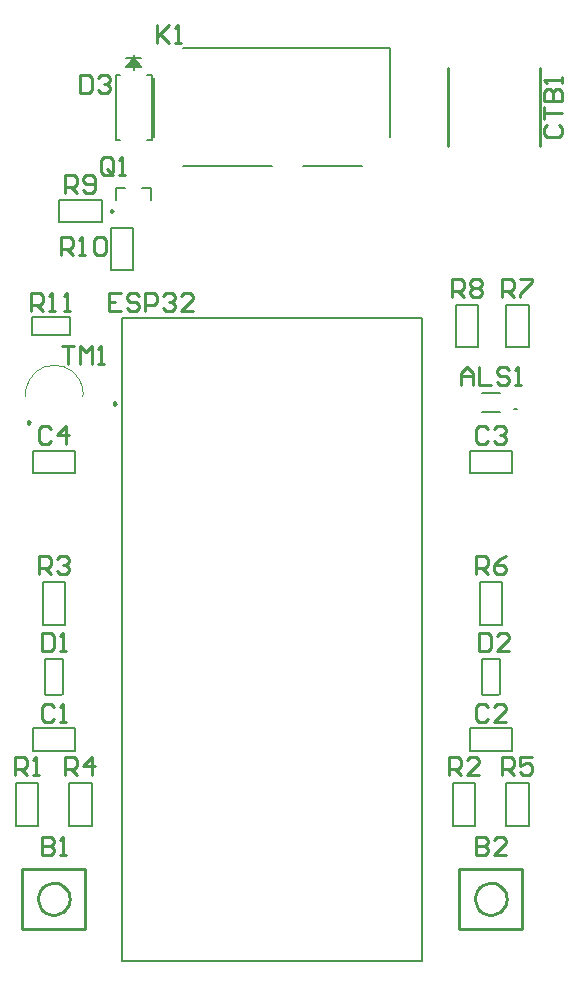
<source format=gto>
G04*
G04 #@! TF.GenerationSoftware,Altium Limited,Altium Designer,21.7.1 (17)*
G04*
G04 Layer_Color=65535*
%FSLAX25Y25*%
%MOIN*%
G70*
G04*
G04 #@! TF.SameCoordinates,4F73F3F9-A25A-42A2-B41E-11CF7C4F7039*
G04*
G04*
G04 #@! TF.FilePolarity,Positive*
G04*
G01*
G75*
%ADD10C,0.01102*%
%ADD11C,0.00472*%
%ADD12C,0.00984*%
%ADD13C,0.01000*%
%ADD14C,0.00787*%
%ADD15C,0.00500*%
%ADD16C,0.00600*%
D10*
X46378Y196457D02*
X45551Y196934D01*
Y195979D01*
X46378Y196457D01*
D11*
X35120Y199041D02*
X35155Y200031D01*
X35088Y201020D01*
X34918Y201996D01*
X34649Y202949D01*
X34282Y203870D01*
X33822Y204748D01*
X33274Y205573D01*
X32643Y206337D01*
X31937Y207032D01*
X31163Y207650D01*
X30328Y208185D01*
X29443Y208630D01*
X28517Y208982D01*
X27559Y209236D01*
X26580Y209389D01*
X25591Y209441D01*
X24601Y209389D01*
X23622Y209236D01*
X22664Y208982D01*
X21738Y208630D01*
X20853Y208185D01*
X20019Y207650D01*
X19244Y207032D01*
X18538Y206337D01*
X17907Y205573D01*
X17359Y204748D01*
X16899Y203870D01*
X16532Y202949D01*
X16263Y201996D01*
X16093Y201020D01*
X16026Y200031D01*
X16061Y199041D01*
D12*
X17618Y190276D02*
X16880Y190702D01*
Y189849D01*
X17618Y190276D01*
X45472Y260827D02*
X44734Y261253D01*
Y260401D01*
X45472Y260827D01*
D13*
X176575Y31496D02*
X176479Y32502D01*
X176194Y33472D01*
X175731Y34370D01*
X175107Y35164D01*
X174343Y35826D01*
X173468Y36331D01*
X172513Y36661D01*
X171513Y36805D01*
X170503Y36757D01*
X169521Y36519D01*
X168602Y36099D01*
X167779Y35513D01*
X167082Y34782D01*
X166536Y33932D01*
X166160Y32994D01*
X165969Y32001D01*
Y30991D01*
X166160Y29999D01*
X166536Y29061D01*
X167082Y28210D01*
X167779Y27479D01*
X168602Y26893D01*
X169521Y26473D01*
X170503Y26235D01*
X171513Y26187D01*
X172513Y26331D01*
X173468Y26661D01*
X174343Y27167D01*
X175107Y27828D01*
X175731Y28622D01*
X176194Y29521D01*
X176479Y30490D01*
X176575Y31496D01*
X30906Y31496D02*
X30810Y32502D01*
X30525Y33472D01*
X30062Y34370D01*
X29437Y35164D01*
X28674Y35826D01*
X27799Y36331D01*
X26844Y36661D01*
X25844Y36805D01*
X24834Y36757D01*
X23852Y36519D01*
X22933Y36099D01*
X22110Y35513D01*
X21413Y34782D01*
X20866Y33932D01*
X20491Y32994D01*
X20300Y32001D01*
Y30991D01*
X20491Y29999D01*
X20866Y29061D01*
X21413Y28210D01*
X22110Y27479D01*
X22933Y26893D01*
X23852Y26473D01*
X24834Y26235D01*
X25844Y26187D01*
X26844Y26331D01*
X27799Y26661D01*
X28674Y27167D01*
X29437Y27828D01*
X30062Y28622D01*
X30525Y29521D01*
X30810Y30490D01*
X30906Y31496D01*
X156890Y282283D02*
Y308268D01*
X187598Y282283D02*
Y308268D01*
X160760Y41496D02*
X181760D01*
Y21496D02*
Y41496D01*
X160760Y21496D02*
X181760D01*
X160760D02*
Y41496D01*
X15091D02*
X36091D01*
Y21496D02*
Y41496D01*
X15091Y21496D02*
X36091D01*
X15091D02*
Y41496D01*
X18108Y227316D02*
Y233314D01*
X21107D01*
X22107Y232314D01*
Y230315D01*
X21107Y229315D01*
X18108D01*
X20108D02*
X22107Y227316D01*
X24106D02*
X26106D01*
X25106D01*
Y233314D01*
X24106Y232314D01*
X29105Y227316D02*
X31104D01*
X30105D01*
Y233314D01*
X29105Y232314D01*
X189930Y289278D02*
X188930Y288278D01*
Y286279D01*
X189930Y285279D01*
X193929D01*
X194928Y286279D01*
Y288278D01*
X193929Y289278D01*
X188930Y291277D02*
Y295276D01*
Y293276D01*
X194928D01*
X188930Y297275D02*
X194928D01*
Y300274D01*
X193929Y301274D01*
X192929D01*
X191929Y300274D01*
Y297275D01*
Y300274D01*
X190929Y301274D01*
X189930D01*
X188930Y300274D01*
Y297275D01*
X194928Y303273D02*
Y305272D01*
Y304273D01*
X188930D01*
X189930Y303273D01*
X28435Y215598D02*
X32434D01*
X30435D01*
Y209599D01*
X34433D02*
Y215598D01*
X36433Y213598D01*
X38432Y215598D01*
Y209599D01*
X40431D02*
X42431D01*
X41431D01*
Y215598D01*
X40431Y214598D01*
X27935Y246017D02*
Y252015D01*
X30935D01*
X31934Y251015D01*
Y249016D01*
X30935Y248016D01*
X27935D01*
X29935D02*
X31934Y246017D01*
X33934D02*
X35933D01*
X34933D01*
Y252015D01*
X33934Y251015D01*
X38932D02*
X39932Y252015D01*
X41931D01*
X42931Y251015D01*
Y247016D01*
X41931Y246017D01*
X39932D01*
X38932Y247016D01*
Y251015D01*
X29450Y266686D02*
Y272684D01*
X32449D01*
X33449Y271684D01*
Y269685D01*
X32449Y268685D01*
X29450D01*
X31450D02*
X33449Y266686D01*
X35449Y267686D02*
X36448Y266686D01*
X38447D01*
X39447Y267686D01*
Y271684D01*
X38447Y272684D01*
X36448D01*
X35449Y271684D01*
Y270685D01*
X36448Y269685D01*
X39447D01*
X158387Y232237D02*
Y238235D01*
X161387D01*
X162386Y237236D01*
Y235236D01*
X161387Y234237D01*
X158387D01*
X160387D02*
X162386Y232237D01*
X164385Y237236D02*
X165385Y238235D01*
X167385D01*
X168384Y237236D01*
Y236236D01*
X167385Y235236D01*
X168384Y234237D01*
Y233237D01*
X167385Y232237D01*
X165385D01*
X164385Y233237D01*
Y234237D01*
X165385Y235236D01*
X164385Y236236D01*
Y237236D01*
X165385Y235236D02*
X167385D01*
X175120Y232237D02*
Y238235D01*
X178119D01*
X179118Y237236D01*
Y235236D01*
X178119Y234237D01*
X175120D01*
X177119D02*
X179118Y232237D01*
X181118Y238235D02*
X185117D01*
Y237236D01*
X181118Y233237D01*
Y232237D01*
X166261Y139717D02*
Y145716D01*
X169261D01*
X170260Y144716D01*
Y142717D01*
X169261Y141717D01*
X166261D01*
X168261D02*
X170260Y139717D01*
X176258Y145716D02*
X174259Y144716D01*
X172259Y142717D01*
Y140717D01*
X173259Y139717D01*
X175259D01*
X176258Y140717D01*
Y141717D01*
X175259Y142717D01*
X172259D01*
X175120Y72788D02*
Y78786D01*
X178119D01*
X179118Y77787D01*
Y75787D01*
X178119Y74788D01*
X175120D01*
X177119D02*
X179118Y72788D01*
X185117Y78786D02*
X181118D01*
Y75787D01*
X183117Y76787D01*
X184117D01*
X185117Y75787D01*
Y73788D01*
X184117Y72788D01*
X182117D01*
X181118Y73788D01*
X29450Y72788D02*
Y78786D01*
X32449D01*
X33449Y77787D01*
Y75787D01*
X32449Y74788D01*
X29450D01*
X31450D02*
X33449Y72788D01*
X38447D02*
Y78786D01*
X35449Y75787D01*
X39447D01*
X20592Y139717D02*
Y145716D01*
X23591D01*
X24591Y144716D01*
Y142717D01*
X23591Y141717D01*
X20592D01*
X22591D02*
X24591Y139717D01*
X26590Y144716D02*
X27590Y145716D01*
X29589D01*
X30589Y144716D01*
Y143716D01*
X29589Y142717D01*
X28590D01*
X29589D01*
X30589Y141717D01*
Y140717D01*
X29589Y139717D01*
X27590D01*
X26590Y140717D01*
X157403Y72788D02*
Y78786D01*
X160402D01*
X161402Y77787D01*
Y75787D01*
X160402Y74788D01*
X157403D01*
X159403D02*
X161402Y72788D01*
X167400D02*
X163401D01*
X167400Y76787D01*
Y77787D01*
X166400Y78786D01*
X164401D01*
X163401Y77787D01*
X12734Y72788D02*
Y78786D01*
X15733D01*
X16732Y77787D01*
Y75787D01*
X15733Y74788D01*
X12734D01*
X14733D02*
X16732Y72788D01*
X18732D02*
X20731D01*
X19731D01*
Y78786D01*
X18732Y77787D01*
X45276Y273591D02*
Y277590D01*
X44276Y278590D01*
X42277D01*
X41277Y277590D01*
Y273591D01*
X42277Y272591D01*
X44276D01*
X43276Y274591D02*
X45276Y272591D01*
X44276D02*
X45276Y273591D01*
X47275Y272591D02*
X49274D01*
X48275D01*
Y278590D01*
X47275Y277590D01*
X59978Y322881D02*
Y316883D01*
Y318882D01*
X63976Y322881D01*
X60977Y319882D01*
X63976Y316883D01*
X65976D02*
X67975D01*
X66975D01*
Y322881D01*
X65976Y321881D01*
X48074Y233314D02*
X44075D01*
Y227316D01*
X48074D01*
X44075Y230315D02*
X46075D01*
X54072Y232314D02*
X53073Y233314D01*
X51073D01*
X50073Y232314D01*
Y231315D01*
X51073Y230315D01*
X53073D01*
X54072Y229315D01*
Y228316D01*
X53073Y227316D01*
X51073D01*
X50073Y228316D01*
X56072Y227316D02*
Y233314D01*
X59071D01*
X60070Y232314D01*
Y230315D01*
X59071Y229315D01*
X56072D01*
X62070Y232314D02*
X63069Y233314D01*
X65069D01*
X66068Y232314D01*
Y231315D01*
X65069Y230315D01*
X64069D01*
X65069D01*
X66068Y229315D01*
Y228316D01*
X65069Y227316D01*
X63069D01*
X62070Y228316D01*
X72066Y227316D02*
X68068D01*
X72066Y231315D01*
Y232314D01*
X71067Y233314D01*
X69067D01*
X68068Y232314D01*
X34372Y306149D02*
Y300151D01*
X37371D01*
X38370Y301150D01*
Y305149D01*
X37371Y306149D01*
X34372D01*
X40370Y305149D02*
X41369Y306149D01*
X43369D01*
X44368Y305149D01*
Y304149D01*
X43369Y303150D01*
X42369D01*
X43369D01*
X44368Y302150D01*
Y301150D01*
X43369Y300151D01*
X41369D01*
X40370Y301150D01*
X167246Y120125D02*
Y114127D01*
X170245D01*
X171244Y115127D01*
Y119125D01*
X170245Y120125D01*
X167246D01*
X177243Y114127D02*
X173244D01*
X177243Y118126D01*
Y119125D01*
X176243Y120125D01*
X174243D01*
X173244Y119125D01*
X21592Y120125D02*
Y114127D01*
X24591D01*
X25591Y115127D01*
Y119125D01*
X24591Y120125D01*
X21592D01*
X27590Y114127D02*
X29589D01*
X28590D01*
Y120125D01*
X27590Y119125D01*
X24591Y188023D02*
X23591Y189023D01*
X21592D01*
X20592Y188023D01*
Y184024D01*
X21592Y183025D01*
X23591D01*
X24591Y184024D01*
X29589Y183025D02*
Y189023D01*
X26590Y186024D01*
X30589D01*
X170260Y188023D02*
X169261Y189023D01*
X167261D01*
X166261Y188023D01*
Y184024D01*
X167261Y183025D01*
X169261D01*
X170260Y184024D01*
X172259Y188023D02*
X173259Y189023D01*
X175259D01*
X176258Y188023D01*
Y187023D01*
X175259Y186024D01*
X174259D01*
X175259D01*
X176258Y185024D01*
Y184024D01*
X175259Y183025D01*
X173259D01*
X172259Y184024D01*
X170260Y95503D02*
X169261Y96503D01*
X167261D01*
X166261Y95503D01*
Y91505D01*
X167261Y90505D01*
X169261D01*
X170260Y91505D01*
X176258Y90505D02*
X172259D01*
X176258Y94504D01*
Y95503D01*
X175259Y96503D01*
X173259D01*
X172259Y95503D01*
X25591Y95503D02*
X24591Y96503D01*
X22591D01*
X21592Y95503D01*
Y91505D01*
X22591Y90505D01*
X24591D01*
X25591Y91505D01*
X27590Y90505D02*
X29589D01*
X28590D01*
Y96503D01*
X27590Y95503D01*
X166261Y52212D02*
Y46214D01*
X169261D01*
X170260Y47213D01*
Y48213D01*
X169261Y49213D01*
X166261D01*
X169261D01*
X170260Y50212D01*
Y51212D01*
X169261Y52212D01*
X166261D01*
X176258Y46214D02*
X172259D01*
X176258Y50212D01*
Y51212D01*
X175259Y52212D01*
X173259D01*
X172259Y51212D01*
X21592Y52212D02*
Y46214D01*
X24591D01*
X25591Y47213D01*
Y48213D01*
X24591Y49213D01*
X21592D01*
X24591D01*
X25591Y50212D01*
Y51212D01*
X24591Y52212D01*
X21592D01*
X27590Y46214D02*
X29589D01*
X28590D01*
Y52212D01*
X27590Y51212D01*
X161263Y202710D02*
Y206708D01*
X163262Y208708D01*
X165262Y206708D01*
Y202710D01*
Y205709D01*
X161263D01*
X167261Y208708D02*
Y202710D01*
X171260D01*
X177258Y207708D02*
X176258Y208708D01*
X174259D01*
X173259Y207708D01*
Y206708D01*
X174259Y205709D01*
X176258D01*
X177258Y204709D01*
Y203709D01*
X176258Y202710D01*
X174259D01*
X173259Y203709D01*
X179257Y202710D02*
X181257D01*
X180257D01*
Y208708D01*
X179257Y207708D01*
D14*
X179921Y194882D02*
X179134D01*
X179921D01*
X19783Y219390D02*
X29429D01*
X19783Y225492D02*
X29429D01*
X18307Y219390D02*
X19783D01*
X18307D02*
Y225492D01*
X19783D01*
X29429Y219390D02*
X30906D01*
Y225492D01*
X29429D02*
X30906D01*
X44488Y240945D02*
X51968D01*
Y255118D01*
X44488Y240945D02*
Y255118D01*
X51968D01*
X27362Y257087D02*
Y264567D01*
Y257087D02*
X41535D01*
X27362Y264567D02*
X41535D01*
Y257087D02*
Y264567D01*
X159646Y215354D02*
X167126D01*
Y229528D01*
X159646Y215354D02*
Y229528D01*
X167126D01*
X176378Y215354D02*
X183858D01*
Y229528D01*
X176378Y215354D02*
Y229528D01*
X183858D01*
X167520Y137008D02*
X175000D01*
X167520Y122835D02*
Y137008D01*
X175000Y122835D02*
Y137008D01*
X167520Y122835D02*
X175000D01*
X176378Y55905D02*
X183858D01*
Y70079D01*
X176378Y55905D02*
Y70079D01*
X183858D01*
X30709Y55905D02*
X38189D01*
Y70079D01*
X30709Y55905D02*
Y70079D01*
X38189D01*
X21850Y137008D02*
X29331D01*
X21850Y122835D02*
Y137008D01*
X29331Y122835D02*
Y137008D01*
X21850Y122835D02*
X29331D01*
X158661Y70079D02*
X166142D01*
X158661Y55905D02*
Y70079D01*
X166142Y55905D02*
Y70079D01*
X158661Y55905D02*
X166142D01*
X12992Y70079D02*
X20472D01*
X12992Y55905D02*
Y70079D01*
X20472Y55905D02*
Y70079D01*
X12992Y55905D02*
X20472D01*
X55020Y268504D02*
X58071D01*
Y264567D02*
Y268504D01*
X46260D02*
X49311D01*
X46260Y264567D02*
Y268504D01*
X174213Y99902D02*
Y111415D01*
X170395D02*
X174213D01*
X168307D02*
X170395D01*
X173622Y99311D02*
X174213Y99902D01*
X168799Y99311D02*
X173622D01*
X168307Y99803D02*
Y111415D01*
Y99803D02*
X168799Y99311D01*
X28543Y99902D02*
Y111415D01*
X24726D02*
X28543D01*
X22638D02*
X24726D01*
X27953Y99311D02*
X28543Y99902D01*
X23130Y99311D02*
X27953D01*
X22638Y99803D02*
Y111415D01*
Y99803D02*
X23130Y99311D01*
X18504Y180905D02*
X32677D01*
Y173425D02*
Y180905D01*
X18504Y173425D02*
Y180905D01*
Y173425D02*
X32677D01*
X164173D02*
X178347D01*
X164173D02*
Y180905D01*
X178347Y173425D02*
Y180905D01*
X164173D02*
X178347D01*
X164173Y80905D02*
X178347D01*
X164173D02*
Y88386D01*
X178347Y80905D02*
Y88386D01*
X164173D02*
X178347D01*
X18504Y80905D02*
X32677D01*
X18504D02*
Y88386D01*
X32677Y80905D02*
Y88386D01*
X18504D02*
X32677D01*
D15*
X48386Y10827D02*
Y225000D01*
Y225000D02*
X148465Y225000D01*
Y10827D02*
Y225000D01*
X48386Y10827D02*
X148465Y10827D01*
X59055Y285433D02*
Y305118D01*
X68583Y275590D02*
X98248D01*
X108543D02*
X128268D01*
X137795Y285433D02*
Y314961D01*
X68583D02*
X137795D01*
X168189Y193701D02*
X174331D01*
X168189Y200000D02*
X174331D01*
D16*
X52165Y307676D02*
Y312676D01*
X49665Y311676D02*
X54665D01*
X52165D02*
X54665Y308676D01*
X52165Y311676D02*
X54165Y308676D01*
X52165Y311676D02*
X53665Y308676D01*
X52165Y311676D02*
X53165Y308676D01*
X52165Y311676D02*
X52665Y308676D01*
X49665D02*
X52165Y311676D01*
X50165Y308676D02*
X52165Y311676D01*
X50665Y308676D02*
X52165Y311676D01*
X51165Y308676D02*
X52165Y311676D01*
X51665Y308676D02*
X52165Y311676D01*
X49665Y308676D02*
X54665D01*
X46165Y284376D02*
Y306176D01*
Y284376D02*
X47605D01*
X58165D02*
Y306176D01*
X56725D02*
X58165D01*
X46165D02*
X47605D01*
X56725Y284376D02*
X58165D01*
M02*

</source>
